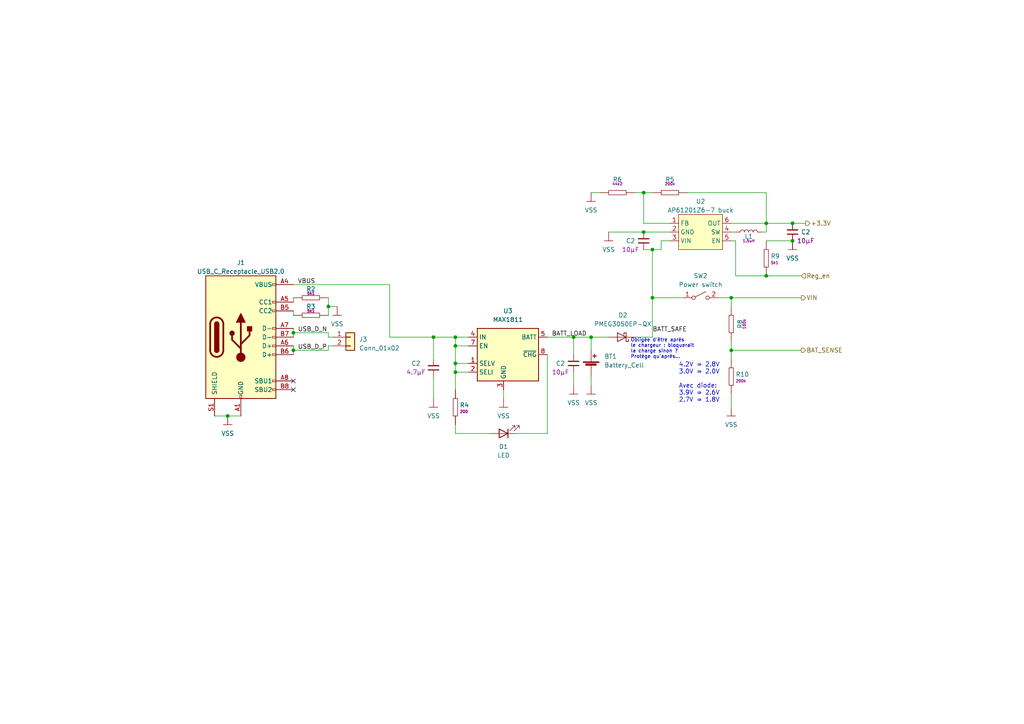
<source format=kicad_sch>
(kicad_sch (version 20230121) (generator eeschema)
  (paper "A4")
  (title_block (title "Projet Barbapapa") (date "2023-06-22") (rev "0.2") (company "Téo-CD"))
  (lib_symbols
    (symbol "00_PowerSymboles:VSS" (power) (pin_numbers hide) (pin_names hide) (in_bom no) (on_board no)
      (property "Value" "VSS" (at 0 -3.81 0))
      (symbol "VSS_0_1"
        (polyline (pts (xy -1.27 -2.54) (xy 1.27 -2.54)))
      )
      (symbol "VSS_1_1"
        (pin power_in line (at 0 0 270) (length 2.54) (name "VSS") (number "VSS"))
      )
    )
    (symbol "01_Capacitor:CAP_0603_10uF_50V" (pin_numbers hide) (pin_names hide)
      (property "Reference" "C" (at 2.54 0 0))
      (property "Capacitance" "10µF" (at 2.54 -5.08 0))
      (property "Voltage" "50V" (at 2.54 -2.54 0))
      (symbol "CAP_0603_10uF_50V_0_1"
        (polyline (pts (xy -1.524 -3.1496) (xy 1.524 -3.1496)) (stroke (width 0.3302)))
        (polyline (pts (xy -1.524 -1.9304) (xy 1.524 -1.9304)) (stroke (width 0.3048)))
      )
      (symbol "CAP_0603_10uF_50V_1_1"
        (pin passive line (at 0 0 270) (length 1.8542) (name "~") (number "1"))
        (pin passive line (at 0 -5.08 90) (length 1.8542) (name "~") (number "2"))
      )
    )
    (symbol "02_Resistor:RES_0603_10K_1%" (pin_numbers hide) (pin_names hide)
      (property "Reference" "R" (at 0 2.54 0))
      (property "Resistance" "10k" (at 0 0 0))
      (symbol "RES_0603_10K_1%_0_1"
        (rectangle (start -2.54 0.635) (end 2.54 -0.635))
      )
      (symbol "RES_0603_10K_1%_1_1"
        (pin passive line (at -5.08 0 0) (length 2.54) (name "1") (number "1"))
        (pin passive line (at 5.08 0 180) (length 2.54) (name "2") (number "2"))
      )
    )
    (symbol "02_Resistor:RES_0603_1K_1%" (pin_numbers hide) (pin_names hide)
      (property "Reference" "R" (at 0 2.54 0))
      (property "Resistance" "1k" (at 0 0 0))
      (symbol "RES_0603_1K_1%_0_1"
        (rectangle (start -2.54 0.635) (end 2.54 -0.635))
      )
      (symbol "RES_0603_1K_1%_1_1"
        (pin passive line (at -5.08 0 0) (length 2.54) (name "1") (number "1"))
        (pin passive line (at 5.08 0 180) (length 2.54) (name "2") (number "2"))
      )
    )
    (symbol "02_Resistor:RES_0603_2K1_1%" (pin_numbers hide) (pin_names hide)
      (property "Reference" "R" (at 0 2.54 0))
      (property "Resistance" "2k1" (at 0 0 0))
      (symbol "RES_0603_2K1_1%_0_1"
        (rectangle (start -2.54 0.635) (end 2.54 -0.635))
      )
      (symbol "RES_0603_2K1_1%_1_1"
        (pin passive line (at -5.08 0 0) (length 2.54) (name "1") (number "1"))
        (pin passive line (at 5.08 0 180) (length 2.54) (name "2") (number "2"))
      )
    )
    (symbol "02_Resistor:RES_0603_5K1_1%" (pin_numbers hide) (pin_names hide)
      (property "Reference" "R" (at 0 2.54 0))
      (property "Resistance" "5k1" (at 0 0 0))
      (symbol "RES_0603_5K1_1%_0_1"
        (rectangle (start -2.54 0.635) (end 2.54 -0.635))
      )
      (symbol "RES_0603_5K1_1%_1_1"
        (pin passive line (at -5.08 0 0) (length 2.54) (name "1") (number "1"))
        (pin passive line (at 5.08 0 180) (length 2.54) (name "2") (number "2"))
      )
    )
    (symbol "03_Inductor:IND_4.7uH_5A_20%" (pin_numbers hide) (pin_names hide)
      (property "Reference" "L" (at 0 2.54 0))
      (property "Inductance" "4.7uH" (at 0 -1.27 0))
      (symbol "IND_4.7uH_5A_20%_0_1"
        (arc (start -1.27 0) (mid -1.905 0.6323) (end -2.54 0))
        (arc (start 0 0) (mid -0.635 0.6323) (end -1.27 0))
        (arc (start 1.27 0) (mid 0.635 0.6323) (end 0 0))
        (arc (start 2.54 0) (mid 1.905 0.6323) (end 1.27 0))
      )
      (symbol "IND_4.7uH_5A_20%_1_1"
        (pin passive line (at -3.81 0 0) (length 1.27) (name "1") (number "1"))
        (pin passive line (at 3.81 0 180) (length 1.27) (name "2") (number "2"))
      )
    )
    (symbol "Battery_Management:MAX1811"
      (property "Reference" "U" (at -7.62 8.89 0))
      (property "Value" "MAX1811" (at 10.16 8.89 0))
      (symbol "MAX1811_0_1"
        (rectangle (start -7.62 7.62) (end 10.16 -7.62) (stroke (width 0.254)) (fill (type background)))
      )
      (symbol "MAX1811_1_1"
        (pin input line (at -10.16 -2.54 0) (length 2.54) (name "SELV") (number "1"))
        (pin input line (at -10.16 -5.08 0) (length 2.54) (name "SELI") (number "2"))
        (pin power_in line (at 0 -10.16 90) (length 2.54) (name "GND") (number "3"))
        (pin power_in line (at -10.16 5.08 0) (length 2.54) (name "IN") (number "4"))
        (pin power_out line (at 12.7 5.08 180) (length 2.54) (name "BATT") (number "5"))
        (pin passive line (at 0 -10.16 90) (length 2.54) hide (name "GND") (number "6"))
        (pin input line (at -10.16 2.54 0) (length 2.54) (name "EN") (number "7"))
        (pin open_collector line (at 12.7 0 180) (length 2.54) (name "~{CHG}") (number "8"))
      )
    )
    (symbol "Connector:USB_C_Receptacle_USB2.0" (pin_names (offset 1.016))
      (property "Reference" "J" (at -10.16 19.05 0))
      (property "Value" "USB_C_Receptacle_USB2.0" (at 19.05 19.05 0))
      (symbol "USB_C_Receptacle_USB2.0_0_0"
        (rectangle (start -0.254 -17.78) (end 0.254 -16.764))
        (rectangle (start 10.16 -14.986) (end 9.144 -15.494))
        (rectangle (start 10.16 -12.446) (end 9.144 -12.954))
        (rectangle (start 10.16 -4.826) (end 9.144 -5.334))
        (rectangle (start 10.16 -2.286) (end 9.144 -2.794))
        (rectangle (start 10.16 0.254) (end 9.144 -0.254))
        (rectangle (start 10.16 2.794) (end 9.144 2.286))
        (rectangle (start 10.16 7.874) (end 9.144 7.366))
        (rectangle (start 10.16 10.414) (end 9.144 9.906))
        (rectangle (start 10.16 15.494) (end 9.144 14.986))
      )
      (symbol "USB_C_Receptacle_USB2.0_0_1"
        (rectangle (start -10.16 17.78) (end 10.16 -17.78) (stroke (width 0.254)) (fill (type background)))
        (arc (start -8.89 -3.81) (mid -6.985 -5.7067) (end -5.08 -3.81) (stroke (width 0.508)))
        (arc (start -7.62 -3.81) (mid -6.985 -4.4423) (end -6.35 -3.81) (stroke (width 0.254)))
        (arc (start -7.62 -3.81) (mid -6.985 -4.4423) (end -6.35 -3.81) (stroke (width 0.254)) (fill (type outline)))
        (rectangle (start -7.62 -3.81) (end -6.35 3.81) (stroke (width 0.254)) (fill (type outline)))
        (arc (start -6.35 3.81) (mid -6.985 4.4423) (end -7.62 3.81) (stroke (width 0.254)))
        (arc (start -6.35 3.81) (mid -6.985 4.4423) (end -7.62 3.81) (stroke (width 0.254)) (fill (type outline)))
        (arc (start -5.08 3.81) (mid -6.985 5.7067) (end -8.89 3.81) (stroke (width 0.508)))
        (circle (center -2.54 1.143) (radius 0.635) (stroke (width 0.254)) (fill (type outline)))
        (circle (center 0 -5.842) (radius 1.27) (fill (type outline)))
        (polyline (pts (xy -8.89 -3.81) (xy -8.89 3.81)) (stroke (width 0.508)))
        (polyline (pts (xy -5.08 3.81) (xy -5.08 -3.81)) (stroke (width 0.508)))
        (polyline (pts (xy 0 -5.842) (xy 0 4.318)) (stroke (width 0.508)))
        (polyline (pts (xy 0 -3.302) (xy -2.54 -0.762) (xy -2.54 0.508)) (stroke (width 0.508)))
        (polyline (pts (xy 0 -2.032) (xy 2.54 0.508) (xy 2.54 1.778)) (stroke (width 0.508)))
        (polyline (pts (xy -1.27 4.318) (xy 0 6.858) (xy 1.27 4.318) (xy -1.27 4.318)) (stroke (width 0.254)) (fill (type outline)))
        (rectangle (start 1.905 1.778) (end 3.175 3.048) (stroke (width 0.254)) (fill (type outline)))
      )
      (symbol "USB_C_Receptacle_USB2.0_1_1"
        (pin passive line (at 0 -22.86 90) (length 5.08) (name "GND") (number "A1"))
        (pin passive line (at 0 -22.86 90) (length 5.08) hide (name "GND") (number "A12"))
        (pin passive line (at 15.24 15.24 180) (length 5.08) (name "VBUS") (number "A4"))
        (pin bidirectional line (at 15.24 10.16 180) (length 5.08) (name "CC1") (number "A5"))
        (pin bidirectional line (at 15.24 -2.54 180) (length 5.08) (name "D+") (number "A6"))
        (pin bidirectional line (at 15.24 2.54 180) (length 5.08) (name "D-") (number "A7"))
        (pin bidirectional line (at 15.24 -12.7 180) (length 5.08) (name "SBU1") (number "A8"))
        (pin passive line (at 15.24 15.24 180) (length 5.08) hide (name "VBUS") (number "A9"))
        (pin passive line (at 0 -22.86 90) (length 5.08) hide (name "GND") (number "B1"))
        (pin passive line (at 0 -22.86 90) (length 5.08) hide (name "GND") (number "B12"))
        (pin passive line (at 15.24 15.24 180) (length 5.08) hide (name "VBUS") (number "B4"))
        (pin bidirectional line (at 15.24 7.62 180) (length 5.08) (name "CC2") (number "B5"))
        (pin bidirectional line (at 15.24 -5.08 180) (length 5.08) (name "D+") (number "B6"))
        (pin bidirectional line (at 15.24 0 180) (length 5.08) (name "D-") (number "B7"))
        (pin bidirectional line (at 15.24 -15.24 180) (length 5.08) (name "SBU2") (number "B8"))
        (pin passive line (at 15.24 15.24 180) (length 5.08) hide (name "VBUS") (number "B9"))
        (pin passive line (at -7.62 -22.86 90) (length 5.08) (name "SHIELD") (number "S1"))
      )
    )
    (symbol "Connector_Generic:Conn_01x02" (pin_names (offset 1.016) hide)
      (property "Reference" "J" (at 0 2.54 0))
      (property "Value" "Conn_01x02" (at 0 -5.08 0))
      (symbol "Conn_01x02_1_1"
        (rectangle (start -1.27 -2.413) (end 0 -2.667) (stroke (width 0.1524)))
        (rectangle (start -1.27 0.127) (end 0 -0.127) (stroke (width 0.1524)))
        (rectangle (start -1.27 1.27) (end 1.27 -3.81) (stroke (width 0.254)) (fill (type background)))
        (pin passive line (at -5.08 0 0) (length 3.81) (name "Pin_1") (number "1"))
        (pin passive line (at -5.08 -2.54 0) (length 3.81) (name "Pin_2") (number "2"))
      )
    )
    (symbol "Device:Battery_Cell" (pin_numbers hide) (pin_names (offset 0) hide)
      (property "Reference" "BT" (at 2.54 2.54 0))
      (property "Value" "Battery_Cell" (at 2.54 0 0))
      (symbol "Battery_Cell_0_1"
        (rectangle (start -2.286 1.778) (end 2.286 1.524) (fill (type outline)))
        (rectangle (start -1.5748 1.1938) (end 1.4732 0.6858) (fill (type outline)))
        (polyline (pts (xy 0 0.762) (xy 0 0)))
        (polyline (pts (xy 0 1.778) (xy 0 2.54)))
        (polyline (pts (xy 0.508 3.429) (xy 1.524 3.429)) (stroke (width 0.254)))
        (polyline (pts (xy 1.016 3.937) (xy 1.016 2.921)) (stroke (width 0.254)))
      )
      (symbol "Battery_Cell_1_1"
        (pin passive line (at 0 5.08 270) (length 2.54) (name "+") (number "1"))
        (pin passive line (at 0 -2.54 90) (length 2.54) (name "-") (number "2"))
      )
    )
    (symbol "Device:LED" (pin_numbers hide) (pin_names (offset 1.016) hide)
      (property "Reference" "D" (at 0 2.54 0))
      (property "Value" "LED" (at 0 -2.54 0))
      (symbol "LED_0_1"
        (polyline (pts (xy -1.27 -1.27) (xy -1.27 1.27)) (stroke (width 0.254)))
        (polyline (pts (xy -1.27 0) (xy 1.27 0)))
        (polyline (pts (xy 1.27 -1.27) (xy 1.27 1.27) (xy -1.27 0) (xy 1.27 -1.27)) (stroke (width 0.254)))
        (polyline (pts (xy -3.048 -0.762) (xy -4.572 -2.286) (xy -3.81 -2.286) (xy -4.572 -2.286) (xy -4.572 -1.524)))
        (polyline (pts (xy -1.778 -0.762) (xy -3.302 -2.286) (xy -2.54 -2.286) (xy -3.302 -2.286) (xy -3.302 -1.524)))
      )
      (symbol "LED_1_1"
        (pin passive line (at -3.81 0 0) (length 2.54) (name "K") (number "1"))
        (pin passive line (at 3.81 0 180) (length 2.54) (name "A") (number "2"))
      )
    )
    (symbol "Diode:PMEG3020ER" (pin_numbers hide) (pin_names hide)
      (property "Reference" "D" (at 0 2.54 0))
      (property "Value" "PMEG3020ER" (at 0 -2.54 0))
      (symbol "PMEG3020ER_0_1"
        (polyline (pts (xy 1.27 0) (xy -1.27 0)))
        (polyline (pts (xy 1.27 1.27) (xy 1.27 -1.27) (xy -1.27 0) (xy 1.27 1.27)) (stroke (width 0.2032)))
        (polyline (pts (xy -1.905 0.635) (xy -1.905 1.27) (xy -1.27 1.27) (xy -1.27 -1.27) (xy -0.635 -1.27) (xy -0.635 -0.635)) (stroke (width 0.2032)))
      )
      (symbol "PMEG3020ER_1_1"
        (pin passive line (at -3.81 0 0) (length 2.54) (name "K") (number "1"))
        (pin passive line (at 3.81 0 180) (length 2.54) (name "A") (number "2"))
      )
    )
    (symbol "Stuff:AP61201Z6-7"
      (property "Reference" "U" (at -1.27 6.35 0))
      (property "Value" "AP61201Z6-7 Buck" (at 0 -6.35 0))
      (symbol "AP61201Z6-7_1_1"
        (rectangle (start -6.35 5.08) (end 6.35 -5.08) (fill (type background)))
        (pin input line (at -8.89 2.54 0) (length 2.54) (name "FB") (number "1"))
        (pin power_in line (at -8.89 0 0) (length 2.54) (name "GND") (number "2"))
        (pin power_in line (at -8.89 -2.54 0) (length 2.54) (name "VIN") (number "3"))
        (pin power_out line (at 8.89 0 180) (length 2.54) (name "SW") (number "4"))
        (pin input line (at 8.89 -2.54 180) (length 2.54) (name "EN") (number "5"))
        (pin power_out line (at 8.89 2.54 180) (length 2.54) (name "OUT") (number "6"))
      )
    )
    (symbol "Switch:SW_SPST" (pin_names (offset 0) hide)
      (property "Reference" "SW" (at 0 3.175 0))
      (property "Value" "SW_SPST" (at 0 -2.54 0))
      (symbol "SW_SPST_0_0"
        (circle (center -2.032 0) (radius 0.508))
        (polyline (pts (xy -1.524 0.254) (xy 1.524 1.778)))
        (circle (center 2.032 0) (radius 0.508))
      )
      (symbol "SW_SPST_1_1"
        (pin passive line (at -5.08 0 0) (length 2.54) (name "A") (number "1"))
        (pin passive line (at 5.08 0 180) (length 2.54) (name "B") (number "2"))
      )
    )
  )
  (junction (at 189.23 72.39))
  (junction (at 125.73 97.79))
  (junction (at 212.09 101.6))
  (junction (at 212.09 86.36))
  (junction (at 222.25 80.01))
  (junction (at 166.37 97.79))
  (junction (at 189.23 86.36))
  (junction (at 85.09 101.6))
  (junction (at 229.87 69.85))
  (junction (at 132.08 105.41))
  (junction (at 85.09 96.52))
  (junction (at 186.69 55.88))
  (junction (at 229.87 64.77))
  (junction (at 132.08 100.33))
  (junction (at 186.69 67.31))
  (junction (at 66.04 120.65))
  (junction (at 132.08 97.79))
  (junction (at 171.45 97.79))
  (junction (at 132.08 107.95))
  (junction (at 222.25 64.77))
  (junction (at 95.25 88.9))
  (no_connect (at 85.09 113.03))
  (no_connect (at 85.09 110.49))
  (wire (pts (xy 96.52 97.79) (xy 95.25 97.79)))
  (wire (pts (xy 212.09 101.6) (xy 232.41 101.6)))
  (wire (pts (xy 113.03 97.79) (xy 125.73 97.79)))
  (wire (pts (xy 171.45 97.79) (xy 176.53 97.79)))
  (wire (pts (xy 212.09 88.9) (xy 212.09 86.36)))
  (wire (pts (xy 213.36 80.01) (xy 222.25 80.01)))
  (wire (pts (xy 132.08 123.19) (xy 132.08 125.73)))
  (wire (pts (xy 186.69 67.31) (xy 194.31 67.31)))
  (wire (pts (xy 132.08 107.95) (xy 132.08 113.03)))
  (wire (pts (xy 158.75 125.73) (xy 149.86 125.73)))
  (wire (pts (xy 194.31 64.77) (xy 186.69 64.77)))
  (wire (pts (xy 158.75 102.87) (xy 158.75 125.73)))
  (wire (pts (xy 95.25 88.9) (xy 97.79 88.9)))
  (wire (pts (xy 222.25 80.01) (xy 232.41 80.01)))
  (wire (pts (xy 146.05 113.03) (xy 146.05 115.57)))
  (wire (pts (xy 212.09 104.14) (xy 212.09 101.6)))
  (wire (pts (xy 222.25 69.85) (xy 229.87 69.85)))
  (wire (pts (xy 85.09 101.6) (xy 85.09 102.87)))
  (wire (pts (xy 171.45 55.88) (xy 173.99 55.88)))
  (wire (pts (xy 132.08 100.33) (xy 132.08 105.41)))
  (wire (pts (xy 212.09 99.06) (xy 212.09 101.6)))
  (wire (pts (xy 158.75 97.79) (xy 166.37 97.79)))
  (wire (pts (xy 208.28 86.36) (xy 212.09 86.36)))
  (wire (pts (xy 186.69 55.88) (xy 189.23 55.88)))
  (wire (pts (xy 85.09 86.36) (xy 85.09 87.63)))
  (wire (pts (xy 220.98 67.31) (xy 222.25 67.31)))
  (wire (pts (xy 85.09 91.44) (xy 85.09 90.17)))
  (wire (pts (xy 85.09 95.25) (xy 85.09 96.52)))
  (wire (pts (xy 113.03 82.55) (xy 113.03 97.79)))
  (wire (pts (xy 191.77 69.85) (xy 194.31 69.85)))
  (wire (pts (xy 171.45 97.79) (xy 171.45 101.6)))
  (wire (pts (xy 95.25 88.9) (xy 95.25 91.44)))
  (wire (pts (xy 189.23 72.39) (xy 189.23 86.36)))
  (wire (pts (xy 189.23 72.39) (xy 191.77 72.39)))
  (wire (pts (xy 132.08 100.33) (xy 135.89 100.33)))
  (wire (pts (xy 176.53 67.31) (xy 186.69 67.31)))
  (wire (pts (xy 166.37 107.95) (xy 166.37 111.76)))
  (wire (pts (xy 222.25 67.31) (xy 222.25 64.77)))
  (wire (pts (xy 166.37 102.87) (xy 166.37 97.79)))
  (wire (pts (xy 213.36 69.85) (xy 213.36 80.01)))
  (wire (pts (xy 184.15 97.79) (xy 189.23 97.79)))
  (wire (pts (xy 189.23 86.36) (xy 198.12 86.36)))
  (wire (pts (xy 95.25 100.33) (xy 96.52 100.33)))
  (wire (pts (xy 222.25 55.88) (xy 222.25 64.77)))
  (wire (pts (xy 85.09 96.52) (xy 95.25 96.52)))
  (wire (pts (xy 222.25 64.77) (xy 229.87 64.77)))
  (wire (pts (xy 132.08 107.95) (xy 135.89 107.95)))
  (wire (pts (xy 132.08 97.79) (xy 132.08 100.33)))
  (wire (pts (xy 186.69 64.77) (xy 186.69 55.88)))
  (wire (pts (xy 132.08 97.79) (xy 135.89 97.79)))
  (wire (pts (xy 125.73 104.14) (xy 125.73 97.79)))
  (wire (pts (xy 125.73 109.22) (xy 125.73 115.57)))
  (wire (pts (xy 212.09 86.36) (xy 232.41 86.36)))
  (wire (pts (xy 213.36 69.85) (xy 212.09 69.85)))
  (wire (pts (xy 229.87 64.77) (xy 233.68 64.77)))
  (wire (pts (xy 166.37 97.79) (xy 171.45 97.79)))
  (wire (pts (xy 132.08 125.73) (xy 142.24 125.73)))
  (wire (pts (xy 95.25 86.36) (xy 95.25 88.9)))
  (wire (pts (xy 191.77 72.39) (xy 191.77 69.85)))
  (wire (pts (xy 95.25 97.79) (xy 95.25 96.52)))
  (wire (pts (xy 85.09 100.33) (xy 85.09 101.6)))
  (wire (pts (xy 184.15 55.88) (xy 186.69 55.88)))
  (wire (pts (xy 132.08 105.41) (xy 132.08 107.95)))
  (wire (pts (xy 212.09 67.31) (xy 213.36 67.31)))
  (wire (pts (xy 95.25 101.6) (xy 95.25 100.33)))
  (wire (pts (xy 186.69 72.39) (xy 189.23 72.39)))
  (wire (pts (xy 189.23 86.36) (xy 189.23 97.79)))
  (wire (pts (xy 171.45 109.22) (xy 171.45 111.76)))
  (wire (pts (xy 85.09 101.6) (xy 95.25 101.6)))
  (wire (pts (xy 212.09 64.77) (xy 222.25 64.77)))
  (wire (pts (xy 125.73 97.79) (xy 132.08 97.79)))
  (wire (pts (xy 132.08 105.41) (xy 135.89 105.41)))
  (wire (pts (xy 62.23 120.65) (xy 66.04 120.65)))
  (wire (pts (xy 66.04 120.65) (xy 69.85 120.65)))
  (wire (pts (xy 85.09 96.52) (xy 85.09 97.79)))
  (wire (pts (xy 212.09 114.3) (xy 212.09 118.11)))
  (wire (pts (xy 199.39 55.88) (xy 222.25 55.88)))
  (wire (pts (xy 85.09 82.55) (xy 113.03 82.55)))
  (text "4.2V ⇒ 2.8V\n3.0V ⇒ 2.0V\n\nAvec diode:\n3.9V ⇒ 2.6V\n2.7V ⇒ 1.8V" (at 196.85 116.84 0) (effects (font (size 1.27 1.27)) (justify left bottom)))
  (text "Obligée d'être après\nle chargeur : bloquerait\nla charge sinon ?\nProtège qu'après..." (at 182.88 104.14 0) (effects (font (size 1 1)) (justify left bottom)))
  (label "USB_D_P" (at 86.36 101.6 0))
  (label "USB_D_N" (at 86.36 96.52 0))
  (label "BATT_LOAD" (at 160.02 97.79 0))
  (label "BATT_SAFE" (at 189.23 96.52 0))
  (label "VBUS" (at 86.36 82.55 0))
  (hierarchical_label "Reg_en" (shape input) (at 232.41 80.01 0))
  (hierarchical_label "BAT_SENSE" (shape output) (at 232.41 101.6 0))
  (hierarchical_label "VIN" (shape output) (at 232.41 86.36 0))
  (hierarchical_label "+3.3V" (shape output) (at 233.68 64.77 0))
  (symbol (lib_id "00_PowerSymboles:VSS") (at 171.45 55.88 0) (unit 1) (in_bom no) (on_board no)
    (property "Reference" "#VSS09" (effects hide))
    (property "Value" "VSS" (at 171.45 60.96 0))
  )
  (symbol (lib_id "Battery_Management:MAX1811") (at 146.05 102.87 0) (unit 1)
    (property "Reference" "U3" (at 147.32 90.17 0))
    (property "Value" "MAX1811" (at 147.32 92.71 0))
    (property "Footprint" "Package_SO:SOIC-8_3.9x4.9mm_P1.27mm" (effects hide))
    (property "Datasheet" "https://datasheets.maximintegrated.com/en/ds/MAX1811.pdf" (effects hide))
  )
  (symbol (lib_id "Switch:SW_SPST") (at 203.2 86.36 0) (unit 1)
    (property "Reference" "SW2" (at 203.2 80.01 0))
    (property "Value" "Power switch" (at 203.2 82.55 0))
    (property "Footprint" "Connector_PinHeader_2.54mm:PinHeader_1x02_P2.54mm_Vertical" (effects hide))
  )
  (symbol (lib_id "02_Resistor:RES_0603_5K1_1%") (at 90.17 91.44 180) (unit 1)
    (property "Reference" "R3" (at 90.17 88.9 0))
    (property "Value" "RES_0603_5K1_1%" (effects hide))
    (property "Footprint" "01_Passives:RES_0603" (effects hide))
    (property "Resistance" "5k1" (at 90.17 90.17 0) (effects (font (size 0.8 0.8))))
    (property "Power" "100mW" (effects hide))
  )
  (symbol (lib_id "01_Capacitor:CAP_0603_10uF_50V") (at 125.73 109.22 180) (unit 1)
    (property "Reference" "C2" (at 120.65 105.41 0))
    (property "Value" "CAP_0603_10uF_50V" (effects hide))
    (property "Footprint" "01_Passives:CAP_0603" (effects hide))
    (property "Capacitance" "4.7µF" (at 120.65 107.95 0))
    (property "Voltage" "50V" (effects hide))
    (instances (project "Projet_Barbapapa" (path "" (reference "C2") (unit 1)) (path "" (reference "C6") (unit 1))))
  )
  (symbol (lib_id "Connector_Generic:Conn_01x02") (at 101.6 97.79 0) (unit 1)
    (property "Reference" "J3" (at 104.14 98.425 0) (effects (justify left)))
    (property "Value" "Conn_01x02" (at 104.14 100.965 0) (effects (justify left)))
    (property "Footprint" "Connector_PinHeader_2.54mm:PinHeader_1x02_P2.54mm_Horizontal" (effects hide))
  )
  (symbol (lib_id "01_Capacitor:CAP_0603_10uF_50V") (at 166.37 107.95 180) (unit 1)
    (property "Reference" "C2" (at 162.56 105.41 0))
    (property "Value" "CAP_0603_10uF_50V" (effects hide))
    (property "Footprint" "01_Passives:CAP_0603" (effects hide))
    (property "Capacitance" "10µF" (at 162.56 107.95 0))
    (property "Voltage" "50V" (effects hide))
    (instances (project "Projet_Barbapapa" (path "" (reference "C2") (unit 1)) (path "" (reference "C5") (unit 1))))
  )
  (symbol (lib_id "02_Resistor:RES_0603_2K1_1%") (at 222.25 74.93 90) (unit 1)
    (property "Reference" "R9" (at 223.52 74.295 90) (effects (justify right)))
    (property "Value" "RES_0603_5K1_1%" (effects hide))
    (property "Footprint" "01_Passives:RES_0603" (effects hide))
    (property "Resistance" "5k1" (at 223.52 76.2 90) (effects (font (size 0.8 0.8)) (justify right)))
    (property "Power" "100mW" (effects hide))
    (instances (project "Projet_Barbapapa" (path "" (reference "R9") (unit 1)) (path "" (reference "R12") (unit 1))))
  )
  (symbol (lib_id "00_PowerSymboles:VSS") (at 229.87 69.85 0) (unit 1) (in_bom no) (on_board no)
    (property "Reference" "#VSS04" (effects hide))
    (property "Value" "VSS" (at 229.87 74.93 0))
  )
  (symbol (lib_id "02_Resistor:RES_0603_2K1_1%") (at 132.08 118.11 90) (unit 1)
    (property "Reference" "R4" (at 133.35 117.475 90) (effects (justify right)))
    (property "Value" "RES_0603_200_1%" (effects hide))
    (property "Footprint" "01_Passives:RES_0603" (effects hide))
    (property "Resistance" "200" (at 133.35 119.38 90) (effects (font (size 0.8 0.8)) (justify right)))
    (property "Power" "100mW" (effects hide))
  )
  (symbol (lib_id "Connector:USB_C_Receptacle_USB2.0") (at 69.85 97.79 0) (unit 1)
    (property "Reference" "J1" (at 69.85 76.2 0))
    (property "Value" "USB_C_Receptacle_USB2.0" (at 69.85 78.74 0))
    (property "Footprint" "Connector_USB:USB_C_Receptacle_GCT_USB4105-xx-A_16P_TopMnt_Horizontal" (effects hide))
    (property "Datasheet" "https://www.usb.org/sites/default/files/documents/usb_type-c.zip" (effects hide))
  )
  (symbol (lib_id "00_PowerSymboles:VSS") (at 146.05 115.57 0) (unit 1) (in_bom no) (on_board no)
    (property "Reference" "#VSS05" (effects hide))
    (property "Value" "VSS" (at 146.05 120.65 0))
  )
  (symbol (lib_id "00_PowerSymboles:VSS") (at 212.09 118.11 0) (unit 1) (in_bom no) (on_board no)
    (property "Reference" "#VSS011" (effects hide))
    (property "Value" "VSS" (at 212.09 123.19 0))
  )
  (symbol (lib_id "Diode:PMEG3020ER") (at 180.34 97.79 180) (unit 1)
    (property "Reference" "D2" (at 180.6575 91.44 0))
    (property "Value" "PMEG3050EP-QX" (at 180.6575 93.98 0))
    (property "Footprint" "Diode_SMD:D_SOD-128" (effects hide))
    (property "Datasheet" "https://www.digikey.co.uk/en/products/detail/nexperia-usa-inc/PMEG3050EP-QX/16629679" (effects hide))
  )
  (symbol (lib_id "02_Resistor:RES_0603_1K_1%") (at 194.31 55.88 0) (unit 1)
    (property "Reference" "R5" (at 194.31 52.07 0))
    (property "Value" "RES_0603_200k_1%" (effects hide))
    (property "Footprint" "01_Passives:RES_0603" (effects hide))
    (property "Resistance" "200k" (at 194.31 53.34 0) (effects (font (size 0.8 0.8))))
    (property "Power" "100mW" (effects hide))
  )
  (symbol (lib_id "Device:Battery_Cell") (at 171.45 106.68 0) (unit 1)
    (property "Reference" "BT1" (at 175.26 103.378 0) (effects (justify left)))
    (property "Value" "Battery_Cell" (at 175.26 105.918 0) (effects (justify left)))
    (property "Footprint" "Battery:BatteryHolder_Keystone_1042_1x18650" (effects hide))
    (property "Datasheet" "https://docs.rs-online.com/9c01/A700000008874176.pdf" (effects hide))
  )
  (symbol (lib_id "02_Resistor:RES_0603_5K1_1%") (at 90.17 86.36 0) (unit 1)
    (property "Reference" "R2" (at 90.17 83.82 0))
    (property "Value" "RES_0603_5K1_1%" (effects hide))
    (property "Footprint" "01_Passives:RES_0603" (effects hide))
    (property "Resistance" "5k1" (at 90.17 85.09 0) (effects (font (size 0.8 0.8))))
    (property "Power" "100mW" (effects hide))
  )
  (symbol (lib_id "00_PowerSymboles:VSS") (at 97.79 88.9 0) (unit 1) (in_bom no) (on_board no)
    (property "Reference" "#VSS02" (effects hide))
    (property "Value" "VSS" (at 97.79 93.98 0))
  )
  (symbol (lib_id "01_Capacitor:CAP_0603_10uF_50V") (at 229.87 69.85 180) (unit 1)
    (property "Reference" "C2" (at 233.68 67.31 0))
    (property "Value" "CAP_0603_10uF_50V" (effects hide))
    (property "Footprint" "01_Passives:CAP_0603" (effects hide))
    (property "Capacitance" "10µF" (at 233.68 69.85 0))
    (property "Voltage" "50V" (effects hide))
    (instances (project "Projet_Barbapapa" (path "" (reference "C2") (unit 1)) (path "" (reference "C4") (unit 1))))
  )
  (symbol (lib_id "Stuff:AP61201Z6-7") (at 203.2 67.31 0) (unit 1)
    (property "Reference" "U2" (at 203.2 58.42 0))
    (property "Value" "AP61201Z6-7 buck" (at 203.2 60.96 0))
    (property "Footprint" "Package_TO_SOT_SMD:SOT-563" (effects hide))
    (property "Datasheet" "https://www.diodes.com/assets/Datasheets/AP61200_AP61201_AP61202_AP61203.pdf" (effects hide))
  )
  (symbol (lib_id "00_PowerSymboles:VSS") (at 66.04 120.65 0) (unit 1) (in_bom no) (on_board no)
    (property "Reference" "#VSS0102" (effects hide))
    (property "Value" "VSS" (at 66.04 125.73 0))
  )
  (symbol (lib_id "03_Inductor:IND_4.7uH_5A_20%") (at 217.17 67.31 0) (unit 1)
    (property "Reference" "L1" (at 217.17 68.58 0))
    (property "Value" "IND_1.5uH_5A_20%" (effects hide))
    (property "Footprint" "Inductor_SMD:L_1210_3225Metric_Pad1.42x2.65mm_HandSolder" (effects hide))
    (property "Datasheet" "https://www.digikey.co.uk/en/products/detail/bourns-inc/SRP3212-1R5M/16394428" (effects hide))
    (property "Inductance" "1.5uH" (at 217.17 69.85 0) (effects (font (size 0.8 0.8))))
    (property "Current" "4.4A" (effects hide))
    (property "Manufacturer" "YJYCOIN" (effects hide))
    (property "ManufPartID" "YSPI1365-470M" (effects hide))
    (property "Price_Unit" "0.49" (effects hide))
    (property "Price_1k" "0.30" (effects hide))
  )
  (symbol (lib_id "02_Resistor:RES_0603_1K_1%") (at 212.09 109.22 90) (unit 1)
    (property "Reference" "R10" (at 213.36 108.585 90) (effects (justify right)))
    (property "Value" "RES_0603_200k_1%" (effects hide))
    (property "Footprint" "01_Passives:RES_0603" (effects hide))
    (property "Resistance" "200k" (at 213.36 110.49 90) (effects (font (size 0.8 0.8)) (justify right)))
    (property "Power" "100mW" (effects hide))
  )
  (symbol (lib_id "02_Resistor:RES_0603_1K_1%") (at 179.07 55.88 0) (unit 1)
    (property "Reference" "R6" (at 179.07 52.07 0))
    (property "Value" "RES_0603_44K2_1%" (effects hide))
    (property "Footprint" "01_Passives:RES_0603" (effects hide))
    (property "Resistance" "44k2" (at 179.07 53.34 0) (effects (font (size 0.8 0.8))))
    (property "Power" "100mW" (effects hide))
  )
  (symbol (lib_id "00_PowerSymboles:VSS") (at 125.73 115.57 0) (unit 1) (in_bom no) (on_board no)
    (property "Reference" "#VSS08" (effects hide))
    (property "Value" "VSS" (at 125.73 120.65 0))
  )
  (symbol (lib_id "Device:LED") (at 146.05 125.73 180) (unit 1)
    (property "Reference" "D1" (at 146.05 129.54 0))
    (property "Value" "LED" (at 146.05 132.08 0))
    (property "Footprint" "LED_SMD:LED_0603_1608Metric_Pad1.05x0.95mm_HandSolder" (effects hide))
  )
  (symbol (lib_id "02_Resistor:RES_0603_10K_1%") (at 212.09 93.98 90) (unit 1)
    (property "Reference" "R8" (at 214.63 93.98 0))
    (property "Value" "RES_0603_100K_1%" (effects hide))
    (property "Footprint" "01_Passives:RES_0603" (effects hide))
    (property "Resistance" "100k" (at 215.9 93.98 0) (effects (font (size 0.8 0.8))))
    (property "Power" "100mW" (effects hide))
    (instances (project "Projet_Barbapapa" (path "" (reference "R8") (unit 1)) (path "" (reference "R11") (unit 1))))
  )
  (symbol (lib_id "00_PowerSymboles:VSS") (at 166.37 111.76 0) (unit 1) (in_bom no) (on_board no)
    (property "Reference" "#VSS06" (effects hide))
    (property "Value" "VSS" (at 166.37 116.84 0))
  )
  (symbol (lib_id "01_Capacitor:CAP_0603_10uF_50V") (at 186.69 72.39 180) (unit 1)
    (property "Reference" "C2" (at 182.88 69.85 0))
    (property "Value" "CAP_0603_10uF_50V" (effects hide))
    (property "Footprint" "01_Passives:CAP_0603" (effects hide))
    (property "Capacitance" "10µF" (at 182.88 72.39 0))
    (property "Voltage" "50V" (effects hide))
    (instances (project "Projet_Barbapapa" (path "" (reference "C2") (unit 1)) (path "" (reference "C3") (unit 1))))
  )
  (symbol (lib_id "00_PowerSymboles:VSS") (at 171.45 111.76 0) (unit 1) (in_bom no) (on_board no)
    (property "Reference" "#VSS07" (effects hide))
    (property "Value" "VSS" (at 171.45 116.84 0))
  )
  (symbol (lib_id "00_PowerSymboles:VSS") (at 176.53 67.31 0) (unit 1) (in_bom no) (on_board no)
    (property "Reference" "#VSS03" (effects hide))
    (property "Value" "VSS" (at 176.53 72.39 0))
  )
)
</source>
